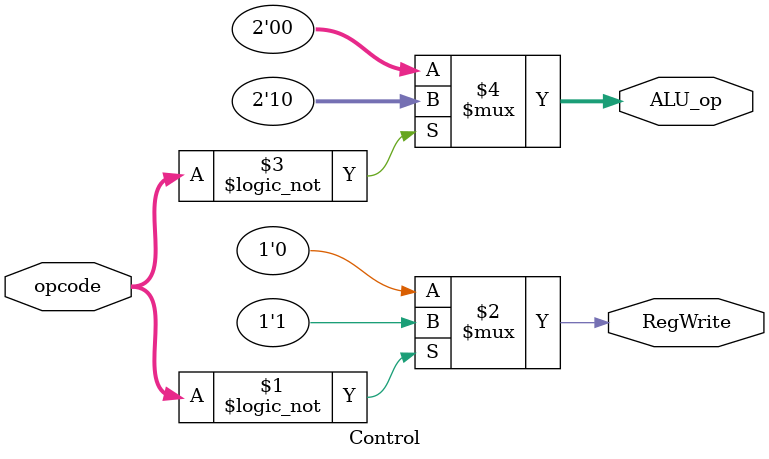
<source format=v>
module Control(
    // Outputs
    output RegWrite,
    output [1:0] ALU_op,
    // Inputs
    input [5:0] opcode
);
    
    assign RegWrite = (opcode == 6'b000000) ? 1'b1 : 1'b0;
    assign ALU_op = (opcode == 6'b000000) ? 2'b10 : 2'b00;

endmodule
</source>
